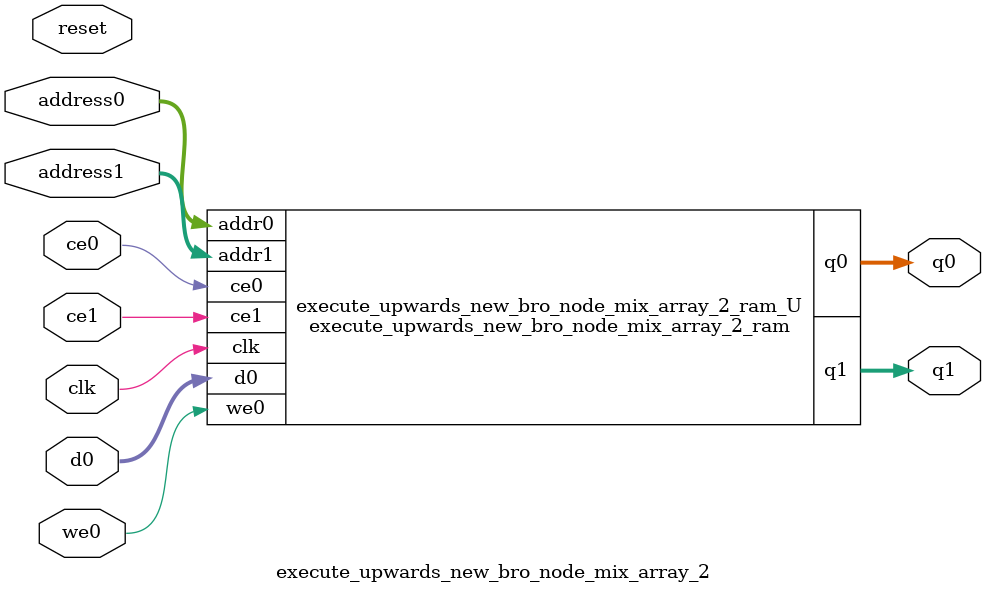
<source format=v>

`timescale 1 ns / 1 ps
module execute_upwards_new_bro_node_mix_array_2_ram (addr0, ce0, d0, we0, q0, addr1, ce1, q1,  clk);

parameter DWIDTH = 32;
parameter AWIDTH = 5;
parameter MEM_SIZE = 32;

input[AWIDTH-1:0] addr0;
input ce0;
input[DWIDTH-1:0] d0;
input we0;
output reg[DWIDTH-1:0] q0;
input[AWIDTH-1:0] addr1;
input ce1;
output reg[DWIDTH-1:0] q1;
input clk;

(* ram_style = "block" *)reg [DWIDTH-1:0] ram[0:MEM_SIZE-1];




always @(posedge clk)  
begin 
    if (ce0) begin
        if (we0) 
            ram[addr0] <= d0; 
        q0 <= ram[addr0];
    end
end


always @(posedge clk)  
begin 
    if (ce1) begin
        q1 <= ram[addr1];
    end
end


endmodule

`timescale 1 ns / 1 ps
module execute_upwards_new_bro_node_mix_array_2(
    reset,
    clk,
    address0,
    ce0,
    we0,
    d0,
    q0,
    address1,
    ce1,
    q1);

parameter DataWidth = 32'd32;
parameter AddressRange = 32'd32;
parameter AddressWidth = 32'd5;
input reset;
input clk;
input[AddressWidth - 1:0] address0;
input ce0;
input we0;
input[DataWidth - 1:0] d0;
output[DataWidth - 1:0] q0;
input[AddressWidth - 1:0] address1;
input ce1;
output[DataWidth - 1:0] q1;



execute_upwards_new_bro_node_mix_array_2_ram execute_upwards_new_bro_node_mix_array_2_ram_U(
    .clk( clk ),
    .addr0( address0 ),
    .ce0( ce0 ),
    .we0( we0 ),
    .d0( d0 ),
    .q0( q0 ),
    .addr1( address1 ),
    .ce1( ce1 ),
    .q1( q1 ));

endmodule


</source>
